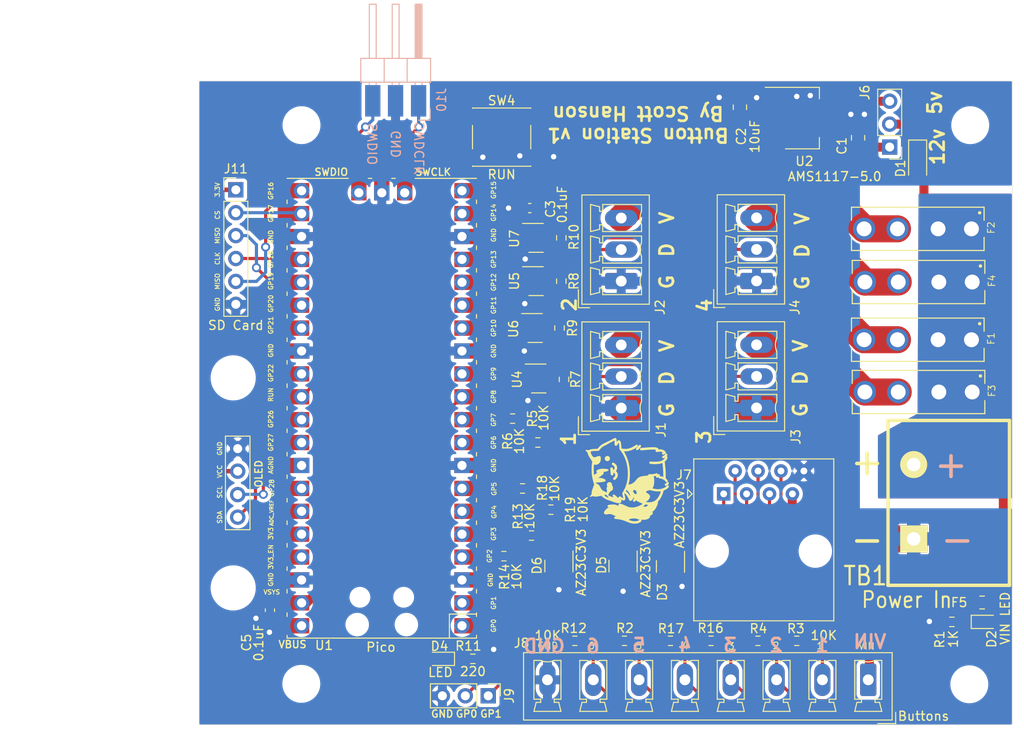
<source format=kicad_pcb>
(kicad_pcb (version 20221018) (generator pcbnew)
  (title_block (title "Button Station") (date "2023-09-23") (rev "v1") (company "Scott Hanson"))
  (layers (0 "F.Cu" signal) (31 "B.Cu" signal) (34 "B.Paste" user) (35 "F.Paste" user) (36 "B.SilkS" user "B.Silkscreen") (37 "F.SilkS" user "F.Silkscreen") (38 "B.Mask" user) (39 "F.Mask" user) (44 "Edge.Cuts" user))
  (net 0 "")
  (net 1 "GND")
  (net 2 "+5V")
  (net 3 "VIN1")
  (net 4 "OUT20")
  (net 5 "OUT19")
  (net 6 "OUT18")
  (net 7 "OUT17")
  (net 8 "Net-(D2-K)")
  (net 9 "/Outputs/VOUT1")
  (net 10 "/Outputs/VOUT2")
  (net 11 "/Outputs/VOUT3")
  (net 12 "/Outputs/VOUT4")
  (net 13 "/Outputs/DOUT1")
  (net 14 "/Outputs/DOUT2")
  (net 15 "/Outputs/DOUT3")
  (net 16 "/Outputs/DOUT4")
  (net 17 "/PWR")
  (net 18 "Net-(D3-K-Pad1)")
  (net 19 "Net-(D3-K-Pad2)")
  (net 20 "Net-(D4-K)")
  (net 21 "Net-(D4-A)")
  (net 22 "Net-(D5-K-Pad1)")
  (net 23 "Net-(D5-K-Pad2)")
  (net 24 "Net-(R7-Pad2)")
  (net 25 "Net-(R8-Pad2)")
  (net 26 "Net-(R9-Pad2)")
  (net 27 "/VIN")
  (net 28 "Net-(D6-K-Pad1)")
  (net 29 "Net-(D6-K-Pad2)")
  (net 30 "IN0")
  (net 31 "IN1")
  (net 32 "IN2")
  (net 33 "+3V3")
  (net 34 "IN3")
  (net 35 "IN4")
  (net 36 "IN5")
  (net 37 "Net-(J9-Pin_1)")
  (net 38 "Net-(J9-Pin_2)")
  (net 39 "/Micro/SWDCLK")
  (net 40 "/Micro/SWDIO")
  (net 41 "Net-(U1-RUN)")
  (net 42 "/Micro/SDA")
  (net 43 "/Micro/SCL")
  (net 44 "Net-(R10-Pad2)")
  (net 53 "IO7")
  (net 54 "IO6")
  (net 55 "IO3")
  (net 56 "IO2")
  (net 57 "IO5")
  (net 58 "IO4")
  (net 59 "SD_CS")
  (net 60 "SD_MOSI")
  (net 61 "SD_CLK")
  (net 62 "SD_MISO")
  (net 66 "B_PWR")
  (footprint "Connector_Phoenix_MC:PhoenixContact_MCV_1,5_3-G-3.5_1x03_P3.50mm_Vertical" (layer "F.Cu") (at 84.7435 104.0178 90)
    (fp_text reference "J2")
    (fp_text value "String2")
  )
  (footprint "Connector_Phoenix_MC:PhoenixContact_MCV_1,5_3-G-3.5_1x03_P3.50mm_Vertical" (layer "F.Cu") (at 99.7435 104.0003 90)
    (fp_text reference "J4")
    (fp_text value "String4")
  )
  (footprint "Connector_Phoenix_MC:PhoenixContact_MCV_1,5_3-G-3.5_1x03_P3.50mm_Vertical" (layer "F.Cu") (at 99.7435 118.0828 90)
    (fp_text reference "J3")
    (fp_text value "String3")
  )
  (footprint "Connector_Phoenix_MC:PhoenixContact_MCV_1,5_3-G-3.5_1x03_P3.50mm_Vertical" (layer "F.Cu") (at 84.7435 118.1003 90)
    (fp_text reference "J1")
    (fp_text value "String1")
  )
  (footprint "Barrier_Blocks:BARRIER_BLOCK_1ROW_2POS" (layer "F.Cu") (at 121.051 128.6178 90)
    (fp_text reference "TB1")
    (fp_text value "Power In")
  )
  (footprint "Scotts:FUSE_3544-2" (layer "F.Cu") (at 117.61779 98.2178 180)
    (fp_text reference "F2")
    (fp_text value "3544-2")
  )
  (footprint "Scotts:FUSE_3544-2" (layer "F.Cu") (at 117.701 104.1178 180)
    (fp_text reference "F4")
    (fp_text value "3544-2")
  )
  (footprint "Scotts:FUSE_3544-2" (layer "F.Cu") (at 117.61779 110.5178 180)
    (fp_text reference "F1")
    (fp_text value "3544-2")
  )
  (footprint "Scotts:FUSE_3544-2" (layer "F.Cu") (at 117.701 116.3178 180)
    (fp_text reference "F3")
    (fp_text value "3544-2")
  )
  (footprint "Capacitor_SMD:C_0805_2012Metric_Pad1.18x1.45mm_HandSolder" (layer "F.Cu") (at 111.001 88.1178 90)
    (fp_text reference "C1")
    (fp_text value "10uF")
  )
  (footprint "Connector_PinHeader_2.54mm:PinHeader_1x03_P2.54mm_Vertical" (layer "F.Cu") (at 114.501 89.1428 180)
    (fp_text reference "J6")
    (fp_text value "VIN_Voltage")
  )
  (footprint "Capacitor_SMD:C_0805_2012Metric_Pad1.18x1.45mm_HandSolder" (layer "F.Cu") (at 97.901 84.7328 90)
    (fp_text reference "C2")
    (fp_text value "10uF")
  )
  (footprint "Resistor_SMD:R_0603_1608Metric_Pad0.98x0.95mm_HandSolder" (layer "F.Cu") (at 121.401 141.8178)
    (fp_text reference "R1")
    (fp_text value "1K")
  )
  (footprint "LED_SMD:LED_0603_1608Metric_Pad1.05x0.95mm_HandSolder" (layer "F.Cu") (at 125.201 141.8178)
    (fp_text reference "D2")
    (fp_text value "VIN LED")
  )
  (footprint "Connector_RJ:RJ45_Amphenol_54602-x08_Horizontal" (layer "F.Cu") (at 96.101 127.6178)
    (fp_text reference "J7")
    (fp_text value "RJ45")
  )
  (footprint "Capacitor_SMD:C_0603_1608Metric_Pad1.08x0.95mm_HandSolder" (layer "F.Cu") (at 74.601 95.9178 180)
    (fp_text reference "C3")
    (fp_text value "0.1uF")
  )
  (footprint "Diode_SMD:D_SOD-123" (layer "F.Cu") (at 117.601 90.6178 -90)
    (fp_text reference "D1")
    (fp_text value "B5819W")
  )
  (footprint "Resistor_SMD:R_0603_1608Metric_Pad0.98x0.95mm_HandSolder" (layer "F.Cu") (at 78.401 114.9178 -90)
    (fp_text reference "R7")
    (fp_text value "33ohm")
  )
  (footprint "Resistor_SMD:R_0603_1608Metric_Pad0.98x0.95mm_HandSolder" (layer "F.Cu") (at 78.101 104.0178 -90)
    (fp_text reference "R8")
    (fp_text value "33ohm")
  )
  (footprint "Resistor_SMD:R_0603_1608Metric_Pad0.98x0.95mm_HandSolder" (layer "F.Cu") (at 78.101 99.2178 -90)
    (fp_text reference "R10")
    (fp_text value "33ohm")
  )
  (footprint "Package_TO_SOT_SMD:SOT-223-3_TabPin2" (layer "F.Cu") (at 104.801 85.9328)
    (fp_text reference "U2")
    (fp_text value "AMS1117-5.0")
  )
  (footprint "Package_SO:TSOP-5_1.65x3.05mm_P0.95mm" (layer "F.Cu") (at 75.601 114.8178)
    (fp_text reference "U4")
    (fp_text value "74AHCT1G125")
  )
  (footprint "Resistor_SMD:R_0603_1608Metric_Pad0.98x0.95mm_HandSolder" (layer "F.Cu") (at 77.901 109.2178 -90)
    (fp_text reference "R9")
    (fp_text value "33ohm")
  )
  (footprint "OLED-SSD1306-128X64-I2C:OLED-SSD1306-128X64-I2C-THT" (layer "F.Cu") (at 42.229 126.3998 -90)
    (fp_text reference "J5" hide)
    (fp_text value "OLED")
  )
  (footprint "Package_TO_SOT_SMD:SOT-23" (layer "F.Cu") (at 90.201 135.6678 -90)
    (fp_text reference "D3")
    (fp_text value "AZ23C3V3")
  )
  (footprint "MountingHole:MountingHole_3.7mm" (layer "F.Cu") (at 49.271 86.7958)
    (fp_text reference "H3")
    (fp_text value "MountingHole")
  )
  (footprint "MCU_RaspberryPi_and_Boards:RPi_Pico_SMD_TH" (layer "F.Cu") (at 58.201 118.1178 180)
    (fp_text reference "U1")
    (fp_text value "Pico")
  )
  (footprint "Resistor_SMD:R_0603_1608Metric" (layer "F.Cu") (at 90.201 143.9178 180)
    (fp_text reference "R17")
    (fp_text value "10K")
  )
  (footprint "Resistor_SMD:R_0603_1608Metric" (layer "F.Cu") (at 72.701 119.2678 180)
    (fp_text reference "R5")
    (fp_text value "10K")
  )
  (footprint "Button_Switch_SMD:SW_Push_1P1T_NO_6x6mm_H9.5mm" (layer "F.Cu") (at 71.485 88.0458)
    (fp_text reference "SW4")
    (fp_text value "RUN")
  )
  (footprint "Resistor_SMD:R_0603_1608Metric" (layer "F.Cu") (at 99.901 143.9178 180)
    (fp_text reference "R4")
    (fp_text value "10K")
  )
  (footprint "Resistor_SMD:R_0603_1608Metric" (layer "F.Cu") (at 71.739 134.5278 180)
    (fp_text reference "R14")
    (fp_text value "10K")
  )
  (footprint "Fuse:Fuse_0805_2012Metric" (layer "F.Cu") (at 124.751 139.6678 180)
    (fp_text reference "F5")
    (fp_text value "Button_Fuse")
  )
  (footprint "Connector_Phoenix_MC_HighVoltage:PhoenixContact_MCV_1,5_8-G-5.08_1x08_P5.08mm_Vertical" (layer "F.Cu") (at 112.125 148.2438 180)
    (fp_text reference "J8")
    (fp_text value "Buttons")
  )
  (footprint "Resistor_SMD:R_0603_1608Metric" (layer "F.Cu") (at 73.801 127.0178 180)
    (fp_text reference "R18")
    (fp_text value "10K")
  )
  (footprint "Package_TO_SOT_SMD:SOT-23" (layer "F.Cu") (at 84.947 135.6223 -90)
    (fp_text reference "D5")
    (fp_text value "AZ23C3V3")
  )
  (footprint "Resistor_SMD:R_0603_1608Metric" (layer "F.Cu") (at 79.601 143.9178 180)
    (fp_text reference "R12")
    (fp_text value "10K")
  )
  (footprint "MountingHole:MountingHole_3.7mm" (layer "F.Cu") (at 123.501 86.6958)
    (fp_text reference "H4")
    (fp_text value "MountingHole")
  )
  (footprint "Resistor_SMD:R_0603_1608Metric" (layer "F.Cu") (at 75.501 121.9178 180)
    (fp_text reference "R6")
    (fp_text value "10K")
  )
  (footprint "Package_SO:TSOP-5_1.65x3.05mm_P0.95mm" (layer "F.Cu") (at 75.201 109.2178)
    (fp_text reference "U6")
    (fp_text value "74AHCT1G125")
  )
  (footprint "LED_SMD:LED_0603_1608Metric_Pad1.05x0.95mm_HandSolder" (layer "F.Cu") (at 64.601 145.9178 180)
    (fp_text reference "D4")
    (fp_text value "LED")
  )
  (footprint "Package_TO_SOT_SMD:SOT-23" (layer "F.Cu") (at 77.835 135.6223 -90)
    (fp_text reference "D6")
    (fp_text value "AZ23C3V3")
  )
  (footprint "MountingHole:MountingHole_3.7mm" (layer "F.Cu") (at 123.301 148.7178)
    (fp_text reference "H2")
    (fp_text value "MountingHole")
  )
  (footprint "Resistor_SMD:R_0603_1608Metric_Pad0.98x0.95mm_HandSolder" (layer "F.Cu") (at 68.301 145.9178)
    (fp_text reference "R11")
    (fp_text value "220")
  )
  (footprint "Resistor_SMD:R_0603_1608Metric" (layer "F.Cu") (at 74.801 132.2418 180)
    (fp_text reference "R13")
    (fp_text value "10K")
  )
  (footprint "Resistor_SMD:R_0603_1608Metric" (layer "F.Cu") (at 85.101 143.9178 180)
    (fp_text reference "R2")
    (fp_text value "10K")
  )
  (footprint "MountingHole:MountingHole_3.7mm" (layer "F.Cu") (at 49.301 148.7178)
    (fp_text reference "H1")
    (fp_text value "MountingHole")
  )
  (footprint "Package_SO:TSOP-5_1.65x3.05mm_P0.95mm" (layer "F.Cu") (at 75.301 99.2178)
    (fp_text reference "U7")
    (fp_text value "74AHCT1G125")
  )
  (footprint "Scotts:chewi_15" (layer "F.Cu") (at 84.247242 126.376505 90)
    (fp_text reference "G***")
    (fp_text value "LOGO" hide)
  )
  (footprint "Capacitor_SMD:C_0603_1608Metric_Pad1.08x0.95mm_HandSolder" (layer "F.Cu") (at 45.801 140.5178 -90)
    (fp_text reference "C5")
    (fp_text value "0.1uF")
  )
  (footprint "Resistor_SMD:R_0603_1608Metric" (layer "F.Cu") (at 76.951 129.3678 180)
    (fp_text reference "R19")
    (fp_text value "10K")
  )
  (footprint "Connector_PinHeader_2.54mm:PinHeader_1x03_P2.54mm_Vertical" (layer "F.Cu") (at 70.001 150.0178 -90)
    (fp_text reference "J9")
    (fp_text value "Debug")
  )
  (footprint "Package_SO:TSOP-5_1.65x3.05mm_P0.95mm" (layer "F.Cu") (at 75.301 104.0178)
    (fp_text reference "U5")
    (fp_text value "74AHCT1G125")
  )
  (footprint "Resistor_SMD:R_0603_1608Metric" (layer "F.Cu") (at 94.701 143.9178 180)
    (fp_text reference "R16")
    (fp_text value "10K")
  )
  (footprint "Resistor_SMD:R_0603_1608Metric" (layer "F.Cu") (at 104.201 143.9178 180)
    (fp_text reference "R3")
    (fp_text value "10K")
  )
  (footprint "Connector_PinHeader_2.54mm:PinHeader_1x06_P2.54mm_Vertical" (layer "F.Cu") (at 42.021 93.8878)
    (fp_text reference "J11")
    (fp_text value "SD Card")
  )
  (footprint "Scotts:1x03_Horizontal_SMD" (layer "B.Cu") (at 64.821 83.1178 90)
    (fp_text reference "J10")
    (fp_text value "SWD")
  )
  (gr_line (start 37.957 81.8178) (end 128.076 81.8178) (stroke (width 0.05)) (layer "Edge.Cuts"))
  (gr_line (start 128.076 153.2178) (end 128.076 81.8178) (stroke (width 0.05)) (layer "Edge.Cuts"))
  (gr_line (start 128.076 153.2178) (end 37.957 153.2178) (stroke (width 0.05)) (layer "Edge.Cuts"))
  (gr_line (start 37.957 81.8178) (end 37.957 153.2178) (stroke (width 0.05)) (layer "Edge.Cuts"))
  (gr_text "+" (at 121.301 124.3178) (layer "B.SilkS") (effects (font (size 3 3) (thickness 0.4))))
  (gr_text "-" (at 122.001 132.6178) (layer "B.SilkS") (effects (font (size 3 3) (thickness 0.4))))
  (gr_text "3" (at 96.801 144.4178) (layer "B.SilkS") (effects (font (size 1.5 1.5) (thickness 0.3)) (justify mirror)))
  (gr_text "6" (at 81.601 144.5178) (layer "B.SilkS") (effects (font (size 1.5 1.5) (thickness 0.3)) (justify mirror)))
  (gr_text "GND" (at 76.201 144.5178) (layer "B.SilkS") (effects (font (size 1.5 1.5) (thickness 0.3)) (justify mirror)))
  (gr_text "5" (at 86.701 144.4178) (layer "B.SilkS") (effects (font (size 1.5 1.5) (thickness 0.3)) (justify mirror)))
  (gr_text "1" (at 107.001 144.4178) (layer "B.SilkS") (effects (font (size 1.5 1.5) (thickness 0.3)) (justify mirror)))
  (gr_text "SWDCLK" (at 62.401 89.3178 90) (layer "B.SilkS") (effects (font (size 1 1)) (justify mirror)))
  (gr_text "2" (at 101.901 144.4178) (layer "B.SilkS") (effects (font (size 1.5 1.5) (thickness 0.3)) (justify mirror)))
  (gr_text "VIN" (at 112.301 144.0178) (layer "B.SilkS") (effects (font (size 1.5 1.5) (thickness 0.3)) (justify mirror)))
  (gr_text "GND" (at 59.801 88.8178 90) (layer "B.SilkS") (effects (font (size 1 1)) (justify mirror)))
  (gr_text "SWDIO" (at 57.201 88.8178 90) (layer "B.SilkS") (effects (font (size 1 1)) (justify mirror)))
  (gr_text "4" (at 91.801 144.4178) (layer "B.SilkS") (effects (font (size 1.5 1.5) (thickness 0.3)) (justify mirror)))
  (gr_text "V" (at 104.801 97.0883 90) (layer "F.SilkS") (effects (font (size 1.5 1.5) (thickness 0.3))))
  (gr_text "D" (at 104.801 100.6443 90) (layer "F.SilkS") (effects (font (size 1.5 1.5) (thickness 0.3))))
  (gr_text "V" (at 89.801 111.2058 90) (layer "F.SilkS") (effects (font (size 1.5 1.5) (thickness 0.3))))
  (gr_text "G" (at 104.601 118.3003 90) (layer "F.SilkS") (effects (font (size 1.5 1.5) (thickness 0.3))))
  (gr_text "G" (at 89.801 104.1178 90) (layer "F.SilkS") (effects (font (size 1.5 1.5) (thickness 0.3))))
  (gr_text "-" (at 112.001 132.6178) (layer "F.SilkS") (effects (font (size 3 3) (thickness 0.4))))
  (gr_text "V" (at 104.601 111.1883 90) (layer "F.SilkS") (effects (font (size 1.5 1.5) (thickness 0.3))))
  (gr_text "G" (at 89.801 118.3178 90) (layer "F.SilkS") (effects (font (size 1.5 1.5) (thickness 0.3))))
  (gr_text "G" (at 104.801 104.2003 90) (layer "F.SilkS") (effects (font (size 1.5 1.5) (thickness 0.3))))
  (gr_text "V" (at 89.801 97.0058 90) (layer "F.SilkS") (effects (font (size 1.5 1.5) (thickness 0.3))))
  (gr_text "D" (at 89.801 100.5618 90) (layer "F.SilkS") (effects (font (size 1.5 1.5) (thickness 0.3))))
  (gr_text "D" (at 89.801 114.7618 90) (layer "F.SilkS") (effects (font (size 1.5 1.5) (thickness 0.3))))
  (gr_text "D" (at 104.601 114.7443 90) (layer "F.SilkS") (effects (font (size 1.5 1.5) (thickness 0.3))))
  (gr_text "+" (at 112.001 124.0178) (layer "F.SilkS") (effects (font (size 3 3) (thickness 0.4))))
  (gr_text "4" (at 94.001 106.7178 90) (layer "F.SilkS") (effects (font (size 1.5 1.5) (thickness 0.3))))
  (gr_text "${TITLE} ${REVISION}\nBy ${COMPANY}" (at 86.601 86.6178 180) (layer "F.SilkS") (effects (font (size 1.5 1.5) (thickness 0.3))))
  (gr_text "3" (at 93.901 121.3178 90) (layer "F.SilkS") (effects (font (size 1.5 1.5) (thickness 0.3))))
  (gr_text "VCC" (at 40.243 125.1298 90) (layer "F.SilkS") (effects (font (size 0.5 0.5) (thickness 0.1) bold)))
  (gr_text "GND" (at 64.901 152.0178) (layer "F.SilkS") (effects (font (size 0.8 0.8))))
  (gr_text "3" (at 96.951 144.5178) (layer "F.SilkS") (effects (font (size 0.75 0.75) (thickness 0.1) bold)))
  (gr_text "2" (at 101.901 144.4678) (layer "F.SilkS") (effects (font (size 0.75 0.75) (thickness 0.1) bold)))
  (gr_text "GND" (at 40.243 122.5898 90) (layer "F.SilkS") (effects (font (size 0.5 0.5) (thickness 0.1) bold)))
  (gr_text "MISO" (at 39.989 98.9678 90) (layer "F.SilkS") (effects (font (size 0.5 0.5) (thickness 0.1) bold)))
  (gr_text "2" (at 79.001 106.6178 90) (layer "F.SilkS") (effects (font (size 1.5 1.5) (thickness 0.3))))
  (gr_text "1" (at 78.901 121.5178 90) (layer "F.SilkS") (effects (font (size 1.5 1.5) (thickness 0.3))))
  (gr_text "GND" (at 76.601 144.4678) (layer "F.SilkS") (effects (font (size 0.75 0.75) (thickness 0.1) bold)))
  (gr_text "12v" (at 119.801 89.1178 90) (layer "F.SilkS") (effects (font (size 1.5 1.5) (thickness 0.3))))
  (gr_text "CS" (at 39.989 96.6818 90) (layer "F.SilkS") (effects (font (size 0.5 0.5) (thickness 0.1) bold)))
  (gr_text "5" (at 86.701 144.4678) (layer "F.SilkS") (effects (font (size 0.75 0.75) (thickness 0.1) bold)))
  (gr_text "GP0" (at 67.601 152.0178) (layer "F.SilkS") (effects (font (size 0.8 0.8))))
  (gr_text "SDA" (at 40.243 130.2098 90) (layer "F.SilkS") (effects (font (size 0.5 0.5) (thickness 0.1) bold)))
  (gr_text "GP1" (at 70.301 152.0178) (layer "F.SilkS") (effects (font (size 0.8 0.8))))
  (gr_text "VIN" (at 111.951 144.5178) (layer "F.SilkS") (effects (font (size 0.75 0.75) (thickness 0.1) bold)))
  (gr_text "4" (at 91.851 144.4678) (layer "F.SilkS") (effects (font (size 0.75 0.75) (thickness 0.1) bold)))
  (gr_text "6" (at 81.451 144.4678) (layer "F.SilkS") (effects (font (size 0.75 0.75) (thickness 0.1) bold)))
  (gr_text "SCL" (at 40.243 127.4158 90) (layer "F.SilkS") (effects (font (size 0.5 0.5) (thickness 0.1) bold)))
  (gr_text "GND" (at 39.989 106.5878 90) (layer "F.SilkS") (effects (font (size 0.5 0.5) (thickness 0.1) bold)))
  (gr_text "5v" (at 119.501 84.2178 90) (layer "F.SilkS") (effects (font (size 1.5 1.5) (thickness 0.3))))
  (gr_text "3.3V" (at 39.989 93.8878 90) (layer "F.SilkS") (effects (font (size 0.5 0.5) (thickness 0.1) bold)))
  (gr_text "1" (at 106.751 144.4678) (layer "F.SilkS") (effects (font (size 0.75 0.75) (thickness 0.1) bold)))
  (gr_text "MISO" (at 39.989 104.0478 90) (layer "F.SilkS") (effects (font (size 0.5 0.5) (thickness 0.1) bold)))
  (gr_text "CLK" (at 39.989 101.5078 90) (layer "F.SilkS") (effects (font (size 0.5 0.5) (thickness 0.1) bold)))
  (segment (start 111.701 85.5178) (end 111.001 86.2178) (width 1) (layer "F.Cu") (net 1))
  (segment (start 99.726 118.1003) (end 99.7435 118.0828) (width 3) (layer "F.Cu") (net 1))
  (segment (start 97.901 83.6953) (end 99.723496 83.6953) (width 1) (layer "F.Cu") (net 1))
  (segment (start 101.651 83.6328) (end 104.101 83.6328) (width 1) (layer "F.Cu") (net 1))
  (segment (start 74.041 110.1678) (end 74.041 111.7278) (width 0.5) (layer "F.Cu") (net 1))
  (segment (start 111.001 86.3178) (end 110.201 85.5178) (width 1) (layer "F.Cu") (net 1))
  (segment (start 74.101 103.0278) (end 74.141 103.0678) (width 0.5) (layer "F.Cu") (net 1))
  (segment (start 90.201 136.6053) (end 91.482251 137.886551) (width 1) (layer "F.Cu") (net 1))
  (segment (start 70.601 145.2178) (end 69.901 145.9178) (width 0.5) (layer "F.Cu") (net 1))
  (segment (start 84.947 136.5598) (end 84.947 138.413798) (width 1) (layer "F.Cu") (net 1))
  (segment (start 74.141 100.1678) (end 74.141 101.5278) (width 0.5) (layer "F.Cu") (net 1))
  (segment (start 101.651 83.6328) (end 99.785996 83.6328) (width 1) (layer "F.Cu") (net 1))
  (segment (start 109.251 122.9678) (end 109.251 130.1178) (width 3) (layer "F.Cu") (net 1))
  (segment (start 45.801 142.9178) (end 45.751 142.9678) (width 0.5) (layer "F.Cu") (net 1))
  (segment (start 77.835 136.5598) (end 77.835 138.2518) (width 1) (layer "F.Cu") (net 1))
  (segment (start 104.101 83.6328) (end 104.201 83.5328) (width 1) (layer "F.Cu") (net 1))
  (segment (start 74.141 106.4278) (end 74.051 106.5178) (width 0.5) (layer "F.Cu") (net 1))
  (segment (start 45.801 141.3803) (end 45.801 142.9178) (width 0.5) (layer "F.Cu") (net 1))
  (segment (start 77.173 90.2958) (end 77.251 90.2178) (width 1) (layer "F.Cu") (net 1))
  (segment (start 109.251 130.1178) (end 111.74896 132.61576) (width 3) (layer "F.Cu") (net 1))
  (segment (start 69.901 145.9178) (end 69.2135 145.9178) (width 0.5) (layer "F.Cu") (net 1))
  (segment (start 73.7385 95.9178) (end 72.251 95.9178) (width 0.5) (layer "F.Cu") (net 1))
  (segment (start 73.7385 95.9178) (end 73.7385 97.8653) (width 0.5) (layer "F.Cu") (net 1))
  (segment (start 99.7435 118.0828) (end 104.366 118.0828) (width 3) (layer "F.Cu") (net 1))
  (segment (start 111.001 86.2178) (end 111.001 86.3178) (width 1) (layer "F.Cu") (net 1))
  (segment (start 73.7385 97.8653) (end 74.141 98.2678) (width 0.5) (layer "F.Cu") (net 1))
  (segment (start 74.001 113.4278) (end 74.441 113.8678) (width 0.5) (layer "F.Cu") (net 1))
  (segment (start 74.051 106.5178) (end 74.051 108.2578) (width 0.5) (layer "F.Cu") (net 1))
  (segment (start 75.46 90.2958) (end 77.173 90.2958) (width 1) (layer "F.Cu") (net 1))
  (segment (start 104.301 83.4328) (end 104.201 83.5328) (width 1) (layer "F.Cu") (net 1))
  (segment (start 74.141 104.9678) (end 74.141 106.4278) (width 0.5) (layer "F.Cu") (net 1))
  (segment (start 74.141 101.5278) (end 74.101 101.5678) (width 0.5) (layer "F.Cu") (net 1))
  (segment (start 99.785996 83.6328) (end 99.751 83.667796) (width 1) (layer "F.Cu") (net 1))
  (segment (start 84.7435 118.1003) (end 99.726 118.1003) (width 3) (layer "F.Cu") (net 1))
  (segment (start 74.051 108.2578) (end 74.041 108.2678) (width 0.5) (layer "F.Cu") (net 1))
  (segment (start 74.001 111.7678) (end 74.001 113.4278) (width 0.5) (layer "F.Cu") (net 1))
  (segment (start 70.601 144.8678) (end 70.601 145.2178) (width 0.5) (layer "F.Cu") (net 1))
  (segment (start 99.723496 83.6953) (end 99.751 83.667796) (width 1) (layer "F.Cu") (net 1))
  (segment (start 120.4385 141.7678) (end 120.4885 141.8178) (width 0.5) (layer "F.Cu") (net 1))
  (segment (start 111.001 87.0803) (end 111.001 86.3178) (width 1) (layer "F.Cu") (net 1))
  (segment (start 111.74896 132.61576) (end 117.1648 132.61576) (width 3) (layer "F.Cu") (net 1))
  (segment (start 104.366 118.0828) (end 109.251 122.9678) (width 3) (layer "F.Cu") (net 1))
  (segment (start 105.701 83.4328) (end 104.301 83.4328) (width 1) (layer "F.Cu") (net 1))
  (segment (start 74.401 115.8078) (end 74.441 115.7678) (width 0.5) (layer "F.Cu") (net 1))
  (segment (start 74.101 101.5678) (end 74.101 103.0278) (width 0.5) (layer "F.Cu") (net 1))
  (segment (start 84.947 138.413798) (end 84.951 138.417798) (width 1) (layer "F.Cu") (net 1))
  (segment (start 45.801 141.3803) (end 44.2885 141.3803) (width 0.5) (layer "F.Cu") (net 1))
  (segment (start 97.8385 83.6328) (end 97.901 83.6953) (width 1) (layer "F.Cu") (net 1))
  (segment (start 74.041 111.7278) (end 74.001 111.7678) (width 0.5) (layer "F.Cu") (net 1))
  (segment (start 67.51 90.2958) (end 75.46 90.2958) (width 1) (layer "F.Cu") (net 1))
  (segment (start 95.601 83.6328) (end 97.8385 83.6328) (width 1) (layer "F.Cu") (net 1))
  (segment (start 118.901 141.7678) (end 120.4385 141.7678) (width 0.5) (layer "F.Cu") (net 1))
  (segment (start 74.401 117.2678) (end 74.401 115.8078) (width 0.5) (layer "F.Cu") (net 1))
  (segment (start 44.2885 141.3803) (end 44.251 141.4178) (width 0.5) (layer "F.Cu") (net 1))
  (via (at 74.401 117.2678) (size 1) (drill 0.6) (layers "F.Cu" "B.Cu") (net 1))
  (via (at 104.201 83.5328) (size 1) (drill 0.6) (layers "F.Cu" "B.Cu") (net 1))
  (via (at 105.701 83.4328) (size 1) (drill 0.6) (layers "F.Cu" "B.Cu") (net 1))
  (via (at 77.835 138.2518) (size 1) (drill 0.6) (layers "F.Cu" "B.Cu") (net 1))
  (via (at 45.751 142.9678) (size 1) (drill 0.6) (layers "F.Cu" "B.Cu") (net 1))
  (via (at 77.251 90.2178) (size 1) (drill 0.6) (layers "F.Cu" "B.Cu") (net 1))
  (via (at 72.251 95.9178) (size 1) (drill 0.6) (layers "F.Cu" "B.Cu") (net 1))
  (via (at 74.001 111.7678) (size 1) (drill 0.6) (layers "F.Cu" "B.Cu") (net 1))
  (via (at 99.751 83.667796) (size 1) (drill 0.6) (layers "F.Cu" "B.Cu") (net 1))
  (via (at 95.601 83.6328) (size 1) (drill 0.6) (layers "F.Cu" "B.Cu") (net 1))
  (via (at 73.501 90.1178) (size 1) (drill 0.6) (layers "F.Cu" "B.Cu") (net 1))
  (via (at 70.601 144.8678) (size 1) (drill 0.6) (layers "F.Cu" "B.Cu") (net 1))
  (via (at 44.251 141.4178) (size 1) (drill 0.6) (layers "F.Cu" "B.Cu") (net 1))
  (via (at 110.201 85.5178) (size 1) (drill 0.6) (layers "F.Cu" "B.Cu") (net 1))
  (via (at 74.101 101.5678) (size 1) (drill 0.6) (layers "F.Cu" "B.Cu") (net 1))
  (via (at 91.482251 137.886551) (size 1) (drill 0.6) (layers "F.Cu" "B.Cu") (net 1))
  (via (at 84.951 138.417798) (size 1) (drill 0.6) (layers "F.Cu" "B.Cu") (net 1))
  (via (at 69.401 90.2678) (size 1) (drill 0.6) (layers "F.Cu" "B.Cu") (net 1))
  (via (at 74.051 106.5178) (size 1) (drill 0.6) (layers "F.Cu" "B.Cu") (net 1))
  (via (at 118.901 141.7678) (size 1) (drill 0.6) (layers "F.Cu" "B.Cu") (net 1))
  (via (at 111.701 85.5178) (size 1) (drill 0.6) (layers "F.Cu" "B.Cu") (net 1))
  (segment (start 109.821 84.0628) (end 107.951 85.9328) (width 1) (layer "F.Cu") (net 2))
  (segment (start 97.901 85.7703) (end 95.3535 88.3178) (width 1) (layer "F.Cu") (net 2))
  (segment (start 76.461 98.2678) (end 75.575511 99.153289) (width 0.5) (layer "F.Cu") (net 2))
  (segment (start 75.575511 102.277311) (end 76.366 103.0678) (width 0.5) (layer "F.Cu") (net 2))
  (segment (start 75.561489 109.477311) (end 75.561489 110.872311) (width 0.5) (layer "F.Cu") (net 2))
  (segment (start 75.601 103.9278) (end 75.601 107.5078) (width 0.5) (layer "F.Cu") (net 2))
  (segment (start 107.951 85.9328) (end 101.651 85.9328) (width 1) (layer "F.Cu") (net 2))
  (segment (start 66.641 88.3178) (end 64.119 90.8398) (width 1) (layer "F.Cu") (net 2))
  (segment (start 52.435 108.587236) (end 52.435 137.1438) (width 1) (layer "F.Cu") (net 2))
  (segment (start 75.4635 95.9178) (end 75.4635 97.2703) (width 0.5) (layer "F.Cu") (net 2))
  (segment (start 79.13225 92.24905) (end 75.4635 95.9178) (width 1) (layer "F.Cu") (net 2))
  (segment (start 49.311 139.7078) (end 45.8535 139.7078) (width 0.5) (layer "F.Cu") (net 2))
  (segment (start 76.761 112.071822) (end 76.761 113.8678) (width 0.5) (layer "F.Cu") (net 2))
  (segment (start 64.119 96.903236) (end 52.435 108.587236) (width 1) (layer "F.Cu") (net 2))
  (segment (start 64.119 90.8398) (end 64.119 96.903236) (width 1) (layer "F.Cu") (net 2))
  (segment (start 75.4635 97.2703) (end 76.461 98.2678) (width 0.5) (layer "F.Cu") (net 2))
  (segment (start 75.601 107.5078) (end 76.361 108.2678) (width 0.5) (layer "F.Cu") (net 2))
  (segment (start 95.3535 88.3178) (end 83.0635 88.3178) (width 1) (layer "F.Cu") (net 2))
  (segment (start 75.575511 109.463289) (end 75.561489 109.477311) (width 0.5) (layer "F.Cu") (net 2))
  (segment (start 101.651 85.9328) (end 98.0635 85.9328) (width 1) (layer "F.Cu") (net 2))
  (segment (start 76.366 103.0678) (end 76.461 103.0678) (width 0.5) (layer "F.Cu") (net 2))
  (segment (start 45.8535 139.7078) (end 45.801 139.6553) (width 0.5) (layer "F.Cu") (net 2))
  (segment (start 75.561489 110.872311) (end 76.761 112.071822) (width 0.5) (layer "F.Cu") (net 2))
  (segment (start 52.435 137.1438) (end 49.871 139.7078) (width 1) (layer "F.Cu") (net 2))
  (segment (start 83.0635 88.3178) (end 66.641 88.3178) (width 1) (layer "F.Cu") (net 2))
  (segment (start 76.361 108.2678) (end 75.575511 109.053289) (width 0.5) (layer "F.Cu") (net 2))
  (segment (start 114.501 84.0628) (end 109.821 84.0628) (width 1) (layer "F.Cu") (net 2))
  (segment (start 75.575511 99.153289) (end 75.575511 102.277311) (width 0.5) (layer "F.Cu") (net 2))
  (segment (start 49.871 139.7078) (end 49.311 139.7078) (width 1) (layer "F.Cu") (net 2))
  (segment (start 76.461 103.0678) (end 75.601 103.9278) (width 0.5) (layer "F.Cu") (net 2))
  (segment (start 75.575511 109.053289) (end 75.575511 109.463289) (width 0.5) (layer "F.Cu") (net 2))
  (segment (start 83.0635 88.3178) (end 79.13225 92.24905) (width 1) (layer "F.Cu") (net 2))
  (segment (start 124.601 124.3178) (end 124.55296 124.36584) (width 1) (layer "F.Cu") (net 3))
  (segment (start 127.101 138.6178) (end 127.101 139.6178) (width 1) (layer "F.Cu") (net 3))
  (segment (start 126.076 141.8178) (end 127.101 140.7928) (width 1) (layer "F.Cu") (net 3))
  (segment (start 127.051 139.6678) (end 125.6885 139.6678) (width 1) (layer "F.Cu") (net 3))
  (segment (start 127.101 140.7928) (end 127.101 138.6178) (width 1) (layer "F.Cu") (net 3))
  (segment (start 127.101 139.6178) (end 127.051 139.6678) (width 1) (layer "F.Cu") (net 3))
  (segment (start 127.101 126.7178) (end 124.701 124.3178) (width 1) (layer "F.Cu") (net 3))
  (segment (start 118.301 96.65101) (end 119.86779 98.2178) (width 1) (layer "F.Cu") (net 3))
  (segment (start 124.55296 124.36584) (end 117.1648 124.36584) (width 1) (layer "F.Cu") (net 3))
  (segment (start 118.301 92.9678) (end 118.301 96.65101) (width 1) (layer "F.Cu") (net 3))
  (segment (start 127.101 138.6178) (end 127.101 126.7178) (width 1) (layer "F.Cu") (net 3))
  (segment (start 117.601 92.2678) (end 118.301 92.9678) (width 1) (layer "F.Cu") (net 3))
  (segment (start 124.701 124.3178) (end 124.601 124.3178) (width 1) (layer "F.Cu") (net 3))
  (segment (start 74.141 99.2178) (end 73.001 99.2178) (width 0.35) (layer "F.Cu") (net 4))
  (segment (start 73.001 99.2178) (end 70.611 101.6078) (width 0.35) (layer "F.Cu") (net 4))
  (segment (start 70.611 101.6078) (end 67.091 101.6078) (width 0.35) (layer "F.Cu") (net 4))
  (segment (start 67.101 109.2178) (end 67.091 109.2278) (width 0.35) (layer "F.Cu") (net 5))
  (segment (start 74.041 109.2178) (end 67.101 109.2178) (width 0.35) (layer "F.Cu") (net 5))
  (segment (start 67.221 104.0178) (end 67.091 104.1478) (width 0.35) (layer "F.Cu") (net 6))
  (segment (start 74.141 104.0178) (end 67.221 104.0178) (width 0.35) (layer "F.Cu") (net 6))
  (segment (start 74.441 114.8178) (end 67.601 114.8178) (width 0.35) (layer "F.Cu") (net 7))
  (segment (start 67.601 114.8178) (end 67.091 114.3078) (width 0.35) (layer "F.Cu") (net 7))
  (segment (start 122.3135 141.8178) (end 124.326 141.8178) (width 0.35) (layer "F.Cu") (net 8))
  (segment (start 111.66779 110.5178) (end 108.06731 106.91732) (width 3) (layer "F.Cu") (net 9))
  (segment (start 115.36779 110.5178) (end 111.66779 110.5178) (width 3) (layer "F.Cu") (net 9))
  (segment (start 88.92648 106.91732) (end 84.7435 111.1003) (width 3) (layer "F.Cu") (net 9))
  (segment (start 108.06731 106.91732) (end 88.92648 106.91732) (width 3) (layer "F.Cu") (net 9))
  (segment (start 106.26779 92.8178) (end 88.9435 92.8178) (width 3) (layer "F.Cu") (net 10))
  (segment (start 88.9435 92.8178) (end 84.7435 97.0178) (width 3) (layer "F.Cu") (net 10))
  (segment (start 115.36779 98.2178) (end 111.66779 98.2178) (width 3) (layer "F.Cu") (net 10))
  (segment (start 111.66779 98.2178) (end 106.26779 92.8178) (width 3) (layer "F.Cu") (net 10))
  (segment (start 106.516 111.0828) (end 99.7435 111.0828) (width 3) (layer "F.Cu") (net 11))
  (segment (start 115.451 116.3178) (end 111.751 116.3178) (width 3) (layer "F.Cu") (net 11))
  (segment (start 111.751 116.3178) (end 106.516 111.0828) (width 3) (layer "F.Cu") (net 11))
  (segment (start 111.751 104.1178) (end 104.6335 97.0003) (width 3) (layer "F.Cu") (net 12))
  (segment (start 104.6335 97.0003) (end 99.7435 97.0003) (width 3) (layer "F.Cu") (net 12))
  (segment (start 115.451 104.1178) (end 111.751 104.1178) (width 3) (layer "F.Cu") (net 12))
  (segment (start 84.7435 114.6003) (end 78.996 114.6003) (width 0.35) (layer "F.Cu") (net 13))
  (segment (start 78.401 114.0053) (end 78.996 114.6003) (width 0.35) (layer "F.Cu") (net 13))
  (segment (start 80.6885 100.5178) (end 78.101 103.1053) (width 0.35) (layer "F.Cu") (net 14))
  (segment (start 84.7435 100.5178) (end 80.6885 100.5178) (width 0.35) (layer "F.Cu") (net 14))
  (segment (start 77.9885 108.3053) (end 77.901 108.3053) (width 0.35) (layer "F.Cu") (net 15))
  (segment (start 96.166 114.5828) (end 94.85802 113.27482) (width 0.35) (layer "F.Cu") (net 15))
  (segment (start 94.85802 113.27482) (end 82.95802 113.27482) (width 0.35) (layer "F.Cu") (net 15))
  (segment (start 82.95802 113.27482) (end 77.9885 108.3053) (width 0.35) (layer "F.Cu") (net 15))
  (segment (start 99.7435 114.5828) (end 96.166 114.5828) (width 0.35) (layer "F.Cu") (net 15))
  (segment (start 79.0135 99.2178) (end 96.301 99.2178) (width 0.35) (layer "F.Cu") (net 16))
  (segment (start 96.301 99.2178) (end 97.5835 100.5003) (width 0.35) (layer "F.Cu") (net 16))
  (segment (start 97.5835 100.5003) (end 99.7435 100.5003) (width 0.35) (layer "F.Cu") (net 16))
  (segment (start 78.101 98.3053) (end 79.0135 99.2178) (width 0.35) (layer "F.Cu") (net 16))
  (segment (start 114.4885 89.1553) (end 114.501 89.1428) (width 1) (layer "F.Cu") (net 17))
  (segment (start 110.8635 89.0178) (end 111.001 89.1553) (width 1) (layer "F.Cu") (net 17))
  (segment (start 104.386 89.0178) (end 110.8635 89.0178) (width 1) (layer "F.Cu") (net 17))
  (segment (start 101.651 88.2328) (end 103.601 88.2328) (width 1) (layer "F.Cu") (net 17))
  (segment (start 111.001 89.1553) (end 114.4885 89.1553) (width 1) (layer "F.Cu") (net 17))
  (segment (start 103.601 88.2328) (end 104.386 89.0178) (width 1) (layer "F.Cu") (net 17))
  (segment (start 73.526 119.2678) (end 73.546 119.2878) (width 0.35) (layer "F.Cu") (net 18))
  (segment (start 101.101 142.4178) (end 102.601 143.9178) (width 0.35) (layer "F.Cu") (net 18))
  (segment (start 102.601 143.9178) (end 103.376 143.9178) (width 0.35) (layer "F.Cu") (net 18))
  (segment (start 75.7085 119.2878) (end 91.151 134.7303) (width 0.35) (layer "F.Cu") (net 18))
  (segment (start 91.151 134.7303) (end 98.8385 142.4178) (width 0.35) (layer "F.Cu") (net 18))
  (segment (start 98.8385 142.4178) (end 101.101 142.4178) (width 0.35) (layer "F.Cu") (net 18))
  (segment (start 73.546 119.2878) (end 75.7085 119.2878) (width 0.35) (layer "F.Cu") (net 18))
  (segment (start 89.251 134.8178) (end 76.351 121.9178) (width 0.35) (layer "F.Cu") (net 19))
  (segment (start 89.251 138.005237) (end 89.251 134.8178) (width 0.35) (layer "F.Cu") (net 19))
  (segment (start 92.413563 141.1678) (end 89.251 138.005237) (width 0.35) (layer "F.Cu") (net 19))
  (segment (start 96.326 141.1678) (end 92.413563 141.1678) (width 0.35) (layer "F.Cu") (net 19))
  (segment (start 76.351 121.9178) (end 76.326 121.9178) (width 0.35) (layer "F.Cu") (net 19))
  (segment (start 99.076 143.9178) (end 96.326 141.1678) (width 0.35) (layer "F.Cu") (net 19))
  (segment (start 67.3885 145.9178) (end 65.476 145.9178) (width 0.35) (layer "F.Cu") (net 20))
  (segment (start 63.751 145.8928) (end 63.751 120.1878) (width 0.35) (layer "F.Cu") (net 21))
  (segment (start 63.751 120.1878) (end 67.091 116.8478) (width 0.35) (layer "F.Cu") (net 21))
  (segment (start 63.726 145.9178) (end 63.751 145.8928) (width 0.35) (layer "F.Cu") (net 21))
  (segment (start 78.295 127.1618) (end 85.818 134.6848) (width 0.35) (layer "F.Cu") (net 22))
  (segment (start 85.897 135.7638) (end 93.876 143.7428) (width 0.35) (layer "F.Cu") (net 22))
  (segment (start 74.77 127.1618) (end 78.295 127.1618) (width 0.35) (layer "F.Cu") (net 22))
  (segment (start 85.818 134.6848) (end 85.897 134.6848) (width 0.35) (layer "F.Cu") (net 22))
  (segment (start 74.626 127.0178) (end 74.77 127.1618) (width 0.35) (layer "F.Cu") (net 22))
  (segment (start 85.897 134.6848) (end 85.897 135.7638) (width 0.35) (layer "F.Cu") (net 22))
  (segment (start 93.876 143.7428) (end 93.876 143.9178) (width 0.35) (layer "F.Cu") (net 22))
  (segment (start 77.856 129.4478) (end 77.776 129.3678) (width 0.35) (layer "F.Cu") (net 23))
  (segment (start 89.376 143.9178) (end 89.163563 143.9178) (width 0.35) (layer "F.Cu") (net 23))
  (segment (start 83.997 134.6848) (end 78.76 129.4478) (width 0.35) (layer "F.Cu") (net 23))
  (segment (start 89.163563 143.9178) (end 83.997 138.751237) (width 0.35) (layer "F.Cu") (net 23))
  (segment (start 78.76 129.4478) (end 77.856 129.4478) (width 0.35) (layer "F.Cu") (net 23))
  (segment (start 83.997 138.751237) (end 83.997 134.6848) (width 0.35) (layer "F.Cu") (net 23))
  (segment (start 78.3385 115.7678) (end 78.401 115.8303) (width 0.35) (layer "F.Cu") (net 24))
  (segment (start 76.761 115.7678) (end 78.3385 115.7678) (width 0.35) (layer "F.Cu") (net 24))
  (segment (start 78.101 104.9303) (end 76.4985 104.9303) (width 0.35) (layer "F.Cu") (net 25))
  (segment (start 76.4985 104.9303) (end 76.461 104.9678) (width 0.35) (layer "F.Cu") (net 25))
  (segment (start 77.8635 110.1678) (end 77.901 110.1303) (width 0.35) (layer "F.Cu") (net 26))
  (segment (start 76.361 110.1678) (end 77.8635 110.1678) (width 0.35) (layer "F.Cu") (net 26))
  (segment (start 115.736 86.6028) (end 117.601 88.4678) (width 1) (layer "F.Cu") (net 27))
  (segment (start 117.601 88.4678) (end 117.601 88.9678) (width 1) (layer "F.Cu") (net 27))
  (segment (start 114.501 86.6028) (end 115.736 86.6028) (width 1) (layer "F.Cu") (net 27))
  (segment (start 75.626 132.2418) (end 76.342 132.2418) (width 0.35) (layer "F.Cu") (net 28))
  (segment (start 84.276 142.3728) (end 84.276 143.9178) (width 0.35) (layer "F.Cu") (net 28))
  (segment (start 80.001 135.9008) (end 80.001 138.0978) (width 0.35) (layer "F.Cu") (net 28))
  (segment (start 80.001 138.0978) (end 84.276 142.3728) (width 0.35) (layer "F.Cu") (net 28))
  (segment (start 76.342 132.2418) (end 78.785 134.6848) (width 0.35) (layer "F.Cu") (net 28))
  (segment (start 78.785 134.6848) (end 80.001 135.9008) (width 0.35) (layer "F.Cu") (net 28))
  (segment (start 78.776 141.8818) (end 78.776 143.9178) (width 0.35) (layer "F.Cu") (net 29))
  (segment (start 76.885 139.9908) (end 78.776 141.8818) (width 0.35) (layer "F.Cu") (net 29))
  (segment (start 76.728 134.5278) (end 76.885 134.6848) (width 0.35) (layer "F.Cu") (net 29))
  (segment (start 76.885 134.6848) (end 76.885 139.9908) (width 0.35) (layer "F.Cu") (net 29))
  (segment (start 72.564 134.5278) (end 76.728 134.5278) (width 0.35) (layer "F.Cu") (net 29))
  (segment (start 105.776 143.9178) (end 107.045 145.1868) (width 0.35) (layer "F.Cu") (net 30))
  (segment (start 97.301 134.3178) (end 105.026 142.0428) (width 0.35) (layer "F.Cu") (net 30))
  (segment (start 105.026 142.0428) (end 105.026 143.9178) (width 0.35) (layer "F.Cu") (net 30))
  (segment (start 96.101 127.6178) (end 96.101 129.3178) (width 0.35) (layer "F.Cu") (net 30))
  (segment (start 107.045 145.1868) (end 107.045 148.2438) (width 0.35) (layer "F.Cu") (net 30))
  (segment (start 97.301 130.5178) (end 97.301 134.3178) (width 0.35) (layer "F.Cu") (net 30))
  (segment (start 96.101 129.3178) (end 97.301 130.5178) (width 0.35) (layer "F.Cu") (net 30))
  (segment (start 105.026 143.9178) (end 105.776 143.9178) (width 0.35) (layer "F.Cu") (net 30))
  (segment (start 97.371 129.3878) (end 97.951 129.9678) (width 0.35) (layer "F.Cu") (net 31))
  (segment (start 97.951 129.9678) (end 97.951 134.079072) (width 0.35) (layer "F.Cu") (net 31))
  (segment (start 108.451 149.8678) (end 107.751 150.5678) (width 0.35) (layer "F.Cu") (net 31))
  (segment (start 108.451 144.579072) (end 108.451 149.8678) (width 0.35) (layer "F.Cu") (net 31))
  (segment (start 101.965 145.1568) (end 101.965 148.2438) (width 0.35) (layer "F.Cu") (net 31))
  (segment (start 107.751 150.5678) (end 104.289 150.5678) (width 0.35) (layer "F.Cu") (net 31))
  (segment (start 104.289 150.5678) (end 101.965 148.2438) (width 0.35) (layer "F.Cu") (net 31))
  (segment (start 100.726 143.9178) (end 101.965 145.1568) (width 0.35) (layer "F.Cu") (net 31))
  (segment (start 97.951 134.079072) (end 108.451 144.579072) (width 0.35) (layer "F.Cu") (net 31))
  (segment (start 97.371 125.0778) (end 97.371 129.3878) (width 0.35) (layer "F.Cu") (net 31))
  (segment (start 96.885 145.2768) (end 96.885 148.2438) (width 0.35) (layer "F.Cu") (net 32))
  (segment (start 95.526 143.9178) (end 96.885 145.2768) (width 0.35) (layer "F.Cu") (net 32))
  (segment (start 99.759 151.1178) (end 96.885 148.2438) (width 0.35) (layer "F.Cu") (net 32))
  (segment (start 98.641 127.6178) (end 98.641 133.991254) (width 0.35) (layer "F.Cu") (net 32))
  (segment (start 109.001 144.351254) (end 109.001 150.095618) (width 0.35) (layer "F.Cu") (net 32))
  (segment (start 98.641 133.991254) (end 109.001 144.351254) (width 0.35) (layer "F.Cu") (net 32))
  (segment (start 109.001 150.095618) (end 107.978817 151.1178) (width 0.35) (layer "F.Cu") (net 32))
  (segment (start 107.978817 151.1178) (end 99.759 151.1178) (width 0.35) (layer "F.Cu") (net 32))
  (segment (start 38.719 130.709749) (end 38.719 125.6378) (width 0.5) (layer "F.Cu") (net 33))
  (segment (start 38.719 125.6378) (end 38.719 125.1298) (width 0.5) (layer "F.Cu") (net 33))
  (segment (start 38.719 95.1578) (end 39.1 94.7768) (width 0.5) (layer "F.Cu") (net 33))
  (segment (start 39.989 93.8878) (end 42.021 93.8878) (width 0.5) (layer "F.Cu") (net 33))
  (segment (start 38.979 94.8978) (end 39.989 93.8878) (width 0.5) (layer "F.Cu") (net 33))
  (segment (start 40.097051 132.0878) (end 38.719 130.709749) (width 0.5) (layer "F.Cu") (net 33))
  (segment (start 38.719 125.6378) (end 38.719 95.1578) (width 0.5) (layer "F.Cu") (net 33))
  (segment (start 49.311 132.0878) (end 40.097051 132.0878) (width 0.5) (layer "F.Cu") (net 33))
  (segment (start 38.749 125.0998) (end 42.229 125.0998) (width 0.5) (layer "F.Cu") (net 33))
  (segment (start 38.719 125.1298) (end 38.749 125.0998) (width 0.5) (layer "F.Cu") (net 33))
  (segment (start 109.551 150.323436) (end 108.206634 151.6678) (width 0.35) (layer "F.Cu") (net 34))
  (segment (start 109.551 144.123436) (end 109.551 150.323436) (width 0.35) (layer "F.Cu") (net 34))
  (segment (start 91.026 143.9178) (end 91.805 144.6968) (width 0.35) (layer "F.Cu") (net 34))
  (segment (start 91.805 144.6968) (end 91.805 148.2438) (width 0.35) (layer "F.Cu") (net 34))
  (segment (start 99.911 125.0778) (end 99.911 134.483436) (width 0.35) (layer "F.Cu") (net 34))
  (segment (start 95.229 151.6678) (end 91.805 148.2438) (width 0.35) (layer "F.Cu") (net 34))
  (segment (start 108.206634 151.6678) (end 95.229 151.6678) (width 0.35) (layer "F.Cu") (net 34))
  (segment (start 99.911 134.483436) (end 109.551 144.123436) (width 0.35) (layer "F.Cu") (net 34))
  (segment (start 85.926 143.9178) (end 86.725 144.7168) (width 0.35) (layer "F.Cu") (net 35))
  (segment (start 101.181 127.6178) (end 101.181 134.975618) (width 0.35) (layer "F.Cu") (net 35))
  (segment (start 90.699 152.2178) (end 86.725 148.2438) (width 0.35) (layer "F.Cu") (net 35))
  (segment (start 110.101 143.895618) (end 110.100999 150.551254) (width 0.35) (layer "F.Cu") (net 35))
  (segment (start 86.725 144.7168) (end 86.725 148.2438) (width 0.35) (layer "F.Cu") (net 35))
  (segment (start 110.100999 150.551254) (end 108.434451 152.2178) (width 0.35) (layer "F.Cu") (net 35))
  (segment (start 101.181 134.975618) (end 110.101 143.895618) (width 0.35) (layer "F.Cu") (net 35))
  (segment (start 108.434451 152.2178) (end 90.699 152.2178) (width 0.35) (layer "F.Cu") (net 35))
  (segment (start 86.169 152.7678) (end 108.662268 152.7678) (width 0.35) (layer "F.Cu") (net 36))
  (segment (start 81.645 148.2438) (end 86.169 152.7678) (width 0.35) (layer "F.Cu") (net 36))
  (segment (start 81.645 145.1368) (end 81.645 148.2438) (width 0.35) (layer "F.Cu") (net 36))
  (segment (start 80.426 143.9178) (end 81.645 145.1368) (width 0.35) (layer "F.Cu") (net 36))
  (segment (start 110.650999 143.667799) (end 102.451 135.4678) (width 0.35) (layer "F.Cu") (net 36))
  (segment (start 102.451 135.4678) (end 102.451 125.0778) (width 0.35) (layer "F.Cu") (net 36))
  (segment (start 108.662268 152.7678) (end 110.650999 150.779071) (width 0.35) (layer "F.Cu") (net 36))
  (segment (start 110.650999 150.779071) (end 110.650999 143.667799) (width 0.35) (layer "F.Cu") (net 36))
  (segment (start 69.991 139.7078) (end 72.176 141.8928) (width 0.35) (layer "F.Cu") (net 37))
  (segment (start 72.176 147.8428) (end 70.001 150.0178) (width 0.35) (layer "F.Cu") (net 37))
  (segment (start 72.176 141.8928) (end 72.176 147.8428) (width 0.35) (layer "F.Cu") (net 37))
  (segment (start 67.091 139.7078) (end 69.991 139.7078) (width 0.35) (layer "F.Cu") (net 37))
  (segment (start 71.626 143.6428) (end 70.231 142.2478) (width 0.35) (layer "F.Cu") (net 38))
  (segment (start 67.461 150.0178) (end 71.626 145.8528) (width 0.35) (layer "F.Cu") (net 38))
  (segment (start 71.626 145.8528) (end 71.626 143.6428) (width 0.35) (layer "F.Cu") (net 38))
  (segment (start 70.231 142.2478) (end 67.091 142.2478) (width 0.35) (layer "F.Cu") (net 38))
  (segment (start 60.741 88.4778) (end 60.741 94.2178) (width 0.35) (layer "F.Cu") (net 39))
  (segment (start 62.301 86.9178) (end 60.741 88.4778) (width 0.35) (layer "F.Cu") (net 39))
  (via (at 62.301 86.9178) (size 1) (drill 0.6) (layers "F.Cu" "B.Cu") (net 39))
  (segment (start 62.281 86.8978) (end 62.281 83.1178) (width 0.35) (layer "B.Cu") (net 39))
  (segment (start 62.301 86.9178) (end 62.281 86.8978) (width 0.35) (layer "B.Cu") (net 39))
  (segment (start 56.401 86.9178) (end 55.661 87.6578) (width 0.35) (layer "F.Cu") (net 40))
  (segment (start 55.661 87.6578) (end 55.661 94.2178) (width 0.35) (layer "F.Cu") (net 40))
  (via (at 56.401 86.9178) (size 1) (drill 0.6) (layers "F.Cu" "B.Cu") (net 40))
  (segment (start 56.401 86.9178) (end 57.201 86.1178) (width 0.35) (layer "B.Cu") (net 40))
  (segment (start 57.201 86.1178) (end 57.201 83.1178) (width 0.35) (layer "B.Cu") (net 40))
  (segment (start 51.165 114.9938) (end 49.311 116.8478) (width 0.35) (layer "F.Cu") (net 41))
  (segment (start 62.595 90.7108) (end 62.595 96.1738) (width 0.35) (layer "F.Cu") (net 41))
  (segment (start 67.51 85.7958) (end 75.46 85.7958) (width 0.35) (layer "F.Cu") (net 41))
  (segment (start 62.595 96.1738) (end 51.165 107.6038) (width 0.35) (layer "F.Cu") (net 41))
  (segment (start 67.51 85.7958) (end 62.595 90.7108) (width 0.35) (layer "F.Cu") (net 41))
  (segment (start 51.165 107.6038) (end 51.165 114.9938) (width 0.35) (layer "F.Cu") (net 41))
  (segment (start 44.194 128.2348) (end 42.229 130.1998) (width 0.35) (layer "F.Cu") (net 42))
  (segment (start 47.601 119.3878) (end 44.194 122.7948) (width 0.35) (layer "F.Cu") (net 42))
  (segment (start 49.311 119.3878) (end 47.601 119.3878) (width 0.35) (layer "F.Cu") (net 42))
  (segment (start 44.194 122.7948) (end 44.194 128.2348) (width 0.35) (layer "F.Cu") (net 42))
  (segment (start 47.601 121.9278) (end 45.069 124.4598) (width 0.35) (layer "F.Cu") (net 43))
  (segment (start 45.069 124.4598) (end 45.069 127.6698) (width 0.35) (layer "F.Cu") (net 43))
  (segment (start 49.311 121.9278) (end 47.601 121.9278) (width 0.35) (layer "F.Cu") (net 43))
  (via (at 45.069 127.6698) (size 1) (drill 0.6) (layers "F.Cu" "B.Cu") (net 43))
  (segment (start 42.259 127.6698) (end 42.229 127.6998) (width 0.35) (layer "B.Cu") (net 43))
  (segment (start 45.069 127.6698) (end 42.259 127.6698) (width 0.35) (layer "B.Cu") (net 43))
  (segment (start 76.4985 100.1303) (end 76.461 100.1678) (width 0.35) (layer "F.Cu") (net 44))
  (segment (start 78.101 100.1303) (end 76.4985 100.1303) (width 0.35) (layer "F.Cu") (net 44))
  (segment (start 67.191 119.2878) (end 67.091 119.3878) (width 0.35) (layer "F.Cu") (net 53))
  (segment (start 71.876 119.2678) (end 71.856 119.2878) (width 0.35) (layer "F.Cu") (net 53))
  (segment (start 71.856 119.2878) (end 67.191 119.2878) (width 0.35) (layer "F.Cu") (net 53))
  (segment (start 74.676 121.9178) (end 74.666 121.9278) (width 0.35) (layer "F.Cu") (net 54))
  (segment (start 74.666 121.9278) (end 67.091 121.9278) (width 0.35) (layer "F.Cu") (net 54))
  (segment (start 67.245 132.2418) (end 67.091 132.0878) (width 0.35) (layer "F.Cu") (net 55))
  (segment (start 73.976 132.2418) (end 67.245 132.2418) (width 0.35) (layer "F.Cu") (net 55))
  (segment (start 67.091 134.6278) (end 70.814 134.6278) (width 0.35) (layer "F.Cu") (net 56))
  (segment (start 70.814 134.6278) (end 70.914 134.5278) (width 0.35) (layer "F.Cu") (net 56))
  (segment (start 72.976 127.0178) (end 72.966 127.0078) (width 0.35) (layer "F.Cu") (net 57))
  (segment (start 72.966 127.0078) (end 67.091 127.0078) (width 0.35) (layer "F.Cu") (net 57))
  (segment (start 67.191 129.4478) (end 67.091 129.5478) (width 0.35) (layer "F.Cu") (net 58))
  (segment (start 76.046 129.4478) (end 67.191 129.4478) (width 0.35) (layer "F.Cu") (net 58))
  (segment (start 76.126 129.3678) (end 76.046 129.4478) (width 0.35) (layer "F.Cu") (net 58))
  (segment (start 49.211 96.4278) (end 49.311 96.5278) (width 0.35) (layer "B.Cu") (net 59))
  (segment (start 42.021 96.4278) (end 49.211 96.4278) (width 0.35) (layer "B.Cu") (net 59))
  (segment (start 49.311 104.1478) (end 45.931 104.1478) (width 0.35) (layer "F.Cu") (net 60))
  (segment (start 45.931 104.1478) (end 44.307 102.5238) (width 0.35) (layer "F.Cu") (net 60))
  (via (at 44.307 102.5238) (size 1) (drill 0.6) (layers "F.Cu" "B.Cu") (net 60))
  (segment (start 43.291 98.9678) (end 44.307 99.9838) (width 0.35) (layer "B.Cu") (net 60))
  (segment (start 44.307 99.9838) (end 44.307 102.5238) (width 0.35) (layer "B.Cu") (net 60))
  (segment (start 42.021 98.9678) (end 43.291 98.9678) (width 0.35) (layer "B.Cu") (net 60))
  (segment (start 42.021 101.5078) (end 49.211 101.5078) (width 0.35) (layer "F.Cu") (net 61))
  (segment (start 49.211 101.5078) (end 49.311 101.6078) (width 0.35) (layer "F.Cu") (net 61))
  (segment (start 45.323 96.2658) (end 47.601 93.9878) (width 0.35) (layer "F.Cu") (net 62))
  (segment (start 45.323 100.2378) (end 45.323 96.2658) (width 0.35) (layer "F.Cu") (net 62))
  (segment (start 47.601 93.9878) (end 49.311 93.9878) (width 0.35) (layer "F.Cu") (net 62))
  (via (at 45.323 100.2378) (size 1) (drill 0.6) (layers "F.Cu" "B.Cu") (net 62))
  (segment (start 42.021 104.0478) (end 44.307 104.0478) (width 0.35) (layer "B.Cu") (net 62))
  (segment (start 44.307 104.0478) (end 45.323 103.0318) (width 0.35) (layer "B.Cu") (net 62))
  (segment (start 45.323 103.0318) (end 45.323 100.2378) (width 0.35) (layer "B.Cu") (net 62))
  (segment (start 108.401 139.7178) (end 123.7635 139.7178) (width 1) (layer "F.Cu") (net 66))
  (segment (start 103.701 127.6378) (end 103.701 135.0178) (width 1) (layer "F.Cu") (net 66))
  (segment (start 112.251 139.7178) (end 123.7635 139.7178) (width 1) (layer "F.Cu") (net 66))
  (segment (start 123.7635 139.7178) (end 123.8135 139.6678) (width 1) (layer "F.Cu") (net 66))
  (segment (start 103.701 135.0178) (end 108.401 139.7178) (width 1) (layer "F.Cu") (net 66))
  (segment (start 112.251 148.1178) (end 112.251 139.7178) (width 1) (layer "F.Cu") (net 66))
  (segment (start 112.125 148.2438) (end 112.251 148.1178) (width 1) (layer "F.Cu") (net 66))
  (segment (start 103.721 127.6178) (end 103.701 127.6378) (width 1) (layer "F.Cu") (net 66))
  (zone (net 3) (net_name "VIN1") (layer "F.Cu") (connect_pads yes (clearance 0.2)) (min_thickness 0.254) (fill yes (thermal_gap 0.508) (thermal_bridge_width 1.508))
    (polygon (pts (xy 128.101 128.1178) (xy 113.201 128.1178) (xy 113.201 121.1178) (xy 117.601 118.7178) (xy 117.701 94.3178) (xy 128.101 94.3178)))
  )
  (zone (net 0) (net_name "") (layer "F.Cu") (connect_pads (clearance 0)) (min_thickness 0.254)
    (keepout (tracks not_allowed) (vias allowed) (pads allowed) (copperpour not_allowed) (footprints allowed))
    (fill (thermal_gap 0.508) (thermal_bridge_width 1))
    (polygon (pts (xy 62.501 143.9178) (xy 53.801 143.9178) (xy 53.801 129.1178) (xy 62.501 129.1178)))
  )
  (zone (net 1) (net_name "GND") (layer "B.Cu") (connect_pads (clearance 0.4)) (min_thickness 0.254) (fill yes (thermal_gap 0.408) (thermal_bridge_width 1))
    (polygon (pts (xy 128.101 93.4178) (xy 111.201 93.4178) (xy 111.201 129.2178) (xy 128.101 129.2178) (xy 128.101 153.2178) (xy 37.957 153.2178) (xy 37.957 81.8178) (xy 128.101 81.8178)))
  )
  (zone (net 3) (net_name "VIN1") (layer "B.Cu") (connect_pads yes (clearance 0.2)) (min_thickness 0.254) (fill yes (thermal_gap 0.508) (thermal_bridge_width 1.508))
    (polygon (pts (xy 128.101 128.1178) (xy 113.201 128.1178) (xy 113.201 121.1178) (xy 117.601 118.7178) (xy 117.701 94.3178) (xy 128.101 94.3178)))
  )
)
</source>
